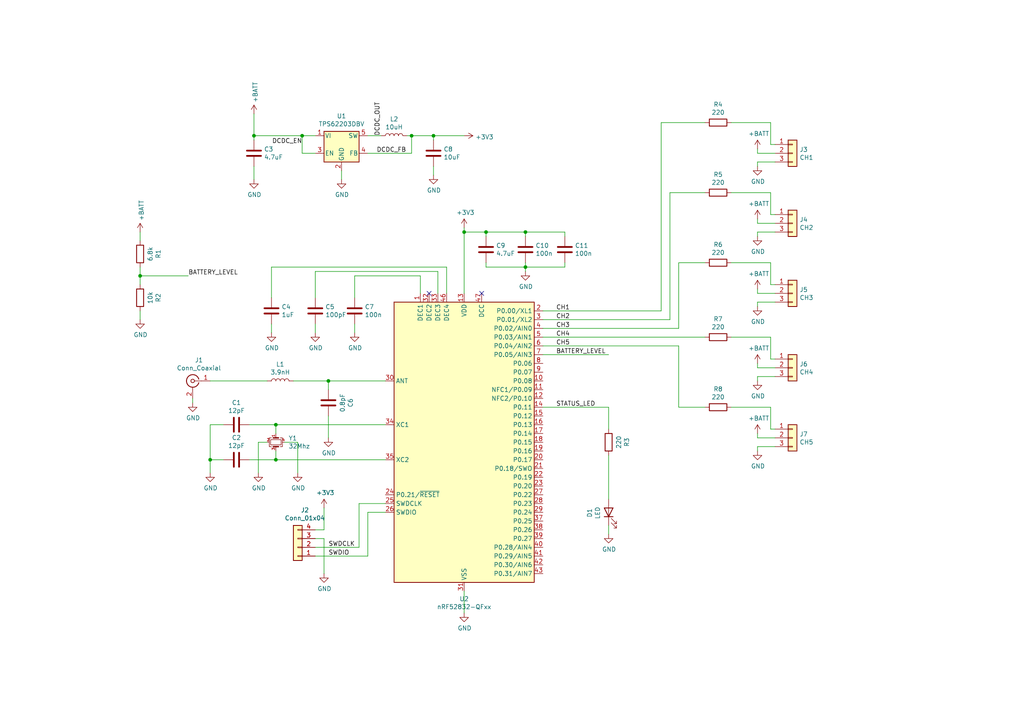
<source format=kicad_sch>
(kicad_sch (version 20231120) (generator "eeschema") (generator_version "8.0")
  (paper "A4")
  (title_block (title "ble-receiver") (date "2021-04-11") (rev "1.0") (company "dossalab"))
  (lib_symbols
    (symbol "Connector:Conn_Coaxial" (pin_names (offset 1.016) hide)
      (property "Reference" "J" (at 0.254 3.048 0))
      (property "Value" "Conn_Coaxial" (at 2.921 0 90))
      (symbol "Conn_Coaxial_0_1"
        (arc (start -1.778 -0.508) (mid 0.2311 -1.8066) (end 1.778 0) (stroke (width 0.254)))
        (polyline (pts (xy -2.54 0) (xy -0.508 0)))
        (polyline (pts (xy 0 -2.54) (xy 0 -1.778)))
        (circle (center 0 0) (radius 0.508) (stroke (width 0.2032)))
        (arc (start 1.778 0) (mid 0.2099 1.8101) (end -1.778 0.508) (stroke (width 0.254)))
      )
      (symbol "Conn_Coaxial_1_1"
        (pin passive line (at -5.08 0 0) (length 2.54) (name "In") (number "1"))
        (pin passive line (at 0 -5.08 90) (length 2.54) (name "Ext") (number "2"))
      )
    )
    (symbol "Connector_Generic:Conn_01x03" (pin_names (offset 1.016) hide)
      (property "Reference" "J" (at 0 5.08 0))
      (property "Value" "Conn_01x03" (at 0 -5.08 0))
      (symbol "Conn_01x03_1_1"
        (rectangle (start -1.27 -2.413) (end 0 -2.667) (stroke (width 0.1524)))
        (rectangle (start -1.27 0.127) (end 0 -0.127) (stroke (width 0.1524)))
        (rectangle (start -1.27 2.667) (end 0 2.413) (stroke (width 0.1524)))
        (rectangle (start -1.27 3.81) (end 1.27 -3.81) (stroke (width 0.254)) (fill (type background)))
        (pin passive line (at -5.08 2.54 0) (length 3.81) (name "Pin_1") (number "1"))
        (pin passive line (at -5.08 0 0) (length 3.81) (name "Pin_2") (number "2"))
        (pin passive line (at -5.08 -2.54 0) (length 3.81) (name "Pin_3") (number "3"))
      )
    )
    (symbol "Connector_Generic:Conn_01x04" (pin_names (offset 1.016) hide)
      (property "Reference" "J" (at 0 5.08 0))
      (property "Value" "Conn_01x04" (at 0 -7.62 0))
      (symbol "Conn_01x04_1_1"
        (rectangle (start -1.27 -4.953) (end 0 -5.207) (stroke (width 0.1524)))
        (rectangle (start -1.27 -2.413) (end 0 -2.667) (stroke (width 0.1524)))
        (rectangle (start -1.27 0.127) (end 0 -0.127) (stroke (width 0.1524)))
        (rectangle (start -1.27 2.667) (end 0 2.413) (stroke (width 0.1524)))
        (rectangle (start -1.27 3.81) (end 1.27 -6.35) (stroke (width 0.254)) (fill (type background)))
        (pin passive line (at -5.08 2.54 0) (length 3.81) (name "Pin_1") (number "1"))
        (pin passive line (at -5.08 0 0) (length 3.81) (name "Pin_2") (number "2"))
        (pin passive line (at -5.08 -2.54 0) (length 3.81) (name "Pin_3") (number "3"))
        (pin passive line (at -5.08 -5.08 0) (length 3.81) (name "Pin_4") (number "4"))
      )
    )
    (symbol "Device:C" (pin_numbers hide) (pin_names (offset 0.254))
      (property "Reference" "C" (at 0.635 2.54 0))
      (property "Value" "C" (at 0.635 -2.54 0))
      (symbol "C_0_1"
        (polyline (pts (xy -2.032 -0.762) (xy 2.032 -0.762)) (stroke (width 0.508)))
        (polyline (pts (xy -2.032 0.762) (xy 2.032 0.762)) (stroke (width 0.508)))
      )
      (symbol "C_1_1"
        (pin passive line (at 0 3.81 270) (length 2.794) (name "~") (number "1"))
        (pin passive line (at 0 -3.81 90) (length 2.794) (name "~") (number "2"))
      )
    )
    (symbol "Device:Crystal_GND24_Small" (pin_names (offset 1.016) hide)
      (property "Reference" "Y" (at 1.27 4.445 0))
      (property "Value" "Crystal_GND24_Small" (at 1.27 2.54 0))
      (symbol "Crystal_GND24_Small_0_1"
        (rectangle (start -0.762 -1.524) (end 0.762 1.524))
        (polyline (pts (xy -1.27 -0.762) (xy -1.27 0.762)) (stroke (width 0.381)))
        (polyline (pts (xy 1.27 -0.762) (xy 1.27 0.762)) (stroke (width 0.381)))
        (polyline (pts (xy -1.27 -1.27) (xy -1.27 -1.905) (xy 1.27 -1.905) (xy 1.27 -1.27)))
        (polyline (pts (xy -1.27 1.27) (xy -1.27 1.905) (xy 1.27 1.905) (xy 1.27 1.27)))
      )
      (symbol "Crystal_GND24_Small_1_1"
        (pin passive line (at -2.54 0 0) (length 1.27) (name "1") (number "1"))
        (pin passive line (at 0 -2.54 90) (length 0.635) (name "2") (number "2"))
        (pin passive line (at 2.54 0 180) (length 1.27) (name "3") (number "3"))
        (pin passive line (at 0 2.54 270) (length 0.635) (name "4") (number "4"))
      )
    )
    (symbol "Device:L" (pin_numbers hide) (pin_names (offset 1.016) hide)
      (property "Reference" "L" (at -1.27 0 90))
      (property "Value" "L" (at 1.905 0 90))
      (symbol "L_0_1"
        (arc (start 0 -2.54) (mid 0.6323 -1.905) (end 0 -1.27))
        (arc (start 0 -1.27) (mid 0.6323 -0.635) (end 0 0))
        (arc (start 0 0) (mid 0.6323 0.635) (end 0 1.27))
        (arc (start 0 1.27) (mid 0.6323 1.905) (end 0 2.54))
      )
      (symbol "L_1_1"
        (pin passive line (at 0 3.81 270) (length 1.27) (name "1") (number "1"))
        (pin passive line (at 0 -3.81 90) (length 1.27) (name "2") (number "2"))
      )
    )
    (symbol "Device:LED" (pin_numbers hide) (pin_names (offset 1.016) hide)
      (property "Reference" "D" (at 0 2.54 0))
      (property "Value" "LED" (at 0 -2.54 0))
      (symbol "LED_0_1"
        (polyline (pts (xy -1.27 -1.27) (xy -1.27 1.27)) (stroke (width 0.254)))
        (polyline (pts (xy -1.27 0) (xy 1.27 0)))
        (polyline (pts (xy 1.27 -1.27) (xy 1.27 1.27) (xy -1.27 0) (xy 1.27 -1.27)) (stroke (width 0.254)))
        (polyline (pts (xy -3.048 -0.762) (xy -4.572 -2.286) (xy -3.81 -2.286) (xy -4.572 -2.286) (xy -4.572 -1.524)))
        (polyline (pts (xy -1.778 -0.762) (xy -3.302 -2.286) (xy -2.54 -2.286) (xy -3.302 -2.286) (xy -3.302 -1.524)))
      )
      (symbol "LED_1_1"
        (pin passive line (at -3.81 0 0) (length 2.54) (name "K") (number "1"))
        (pin passive line (at 3.81 0 180) (length 2.54) (name "A") (number "2"))
      )
    )
    (symbol "Device:R" (pin_numbers hide) (pin_names (offset 0))
      (property "Reference" "R" (at 2.032 0 90))
      (property "Value" "R" (at 0 0 90))
      (symbol "R_0_1"
        (rectangle (start -1.016 -2.54) (end 1.016 2.54) (stroke (width 0.254)))
      )
      (symbol "R_1_1"
        (pin passive line (at 0 3.81 270) (length 1.27) (name "~") (number "1"))
        (pin passive line (at 0 -3.81 90) (length 1.27) (name "~") (number "2"))
      )
    )
    (symbol "MCU_Nordic:nRF52832-QFxx"
      (property "Reference" "U" (at 0 1.27 0))
      (property "Value" "nRF52832-QFxx" (at 0 -1.27 0))
      (symbol "nRF52832-QFxx_0_1"
        (rectangle (start -20.32 40.64) (end 20.32 -40.64) (stroke (width 0.254)) (fill (type background)))
      )
      (symbol "nRF52832-QFxx_1_1"
        (pin passive line (at -12.7 43.18 270) (length 2.54) (name "DEC1") (number "1"))
        (pin bidirectional line (at 22.86 17.78 180) (length 2.54) (name "P0.08") (number "10"))
        (pin bidirectional line (at 22.86 15.24 180) (length 2.54) (name "NFC1/P0.09") (number "11"))
        (pin bidirectional line (at 22.86 12.7 180) (length 2.54) (name "NFC2/P0.10") (number "12"))
        (pin power_in line (at 0 43.18 270) (length 2.54) (name "VDD") (number "13"))
        (pin bidirectional line (at 22.86 10.16 180) (length 2.54) (name "P0.11") (number "14"))
        (pin bidirectional line (at 22.86 7.62 180) (length 2.54) (name "P0.12") (number "15"))
        (pin bidirectional line (at 22.86 5.08 180) (length 2.54) (name "P0.13") (number "16"))
        (pin bidirectional line (at 22.86 2.54 180) (length 2.54) (name "P0.14") (number "17"))
        (pin bidirectional line (at 22.86 0 180) (length 2.54) (name "P0.15") (number "18"))
        (pin bidirectional line (at 22.86 -2.54 180) (length 2.54) (name "P0.16") (number "19"))
        (pin bidirectional line (at 22.86 38.1 180) (length 2.54) (name "P0.00/XL1") (number "2"))
        (pin bidirectional line (at 22.86 -5.08 180) (length 2.54) (name "P0.17") (number "20"))
        (pin bidirectional line (at 22.86 -7.62 180) (length 2.54) (name "P0.18/SWO") (number "21"))
        (pin bidirectional line (at 22.86 -10.16 180) (length 2.54) (name "P0.19") (number "22"))
        (pin bidirectional line (at 22.86 -12.7 180) (length 2.54) (name "P0.20") (number "23"))
        (pin bidirectional line (at -22.86 -15.24 0) (length 2.54) (name "P0.21/~{RESET}") (number "24"))
        (pin input line (at -22.86 -17.78 0) (length 2.54) (name "SWDCLK") (number "25"))
        (pin bidirectional line (at -22.86 -20.32 0) (length 2.54) (name "SWDIO") (number "26"))
        (pin bidirectional line (at 22.86 -15.24 180) (length 2.54) (name "P0.22") (number "27"))
        (pin bidirectional line (at 22.86 -17.78 180) (length 2.54) (name "P0.23") (number "28"))
        (pin bidirectional line (at 22.86 -20.32 180) (length 2.54) (name "P0.24") (number "29"))
        (pin bidirectional line (at 22.86 35.56 180) (length 2.54) (name "P0.01/XL2") (number "3"))
        (pin passive line (at -22.86 17.78 0) (length 2.54) (name "ANT") (number "30"))
        (pin power_in line (at 0 -43.18 90) (length 2.54) (name "VSS") (number "31"))
        (pin passive line (at -10.16 43.18 270) (length 2.54) (name "DEC2") (number "32"))
        (pin passive line (at -7.62 43.18 270) (length 2.54) (name "DEC3") (number "33"))
        (pin input line (at -22.86 5.08 0) (length 2.54) (name "XC1") (number "34"))
        (pin input line (at -22.86 -5.08 0) (length 2.54) (name "XC2") (number "35"))
        (pin passive line (at 0 43.18 270) (length 2.54) hide (name "VDD") (number "36"))
        (pin bidirectional line (at 22.86 -22.86 180) (length 2.54) (name "P0.25") (number "37"))
        (pin bidirectional line (at 22.86 -25.4 180) (length 2.54) (name "P0.26") (number "38"))
        (pin bidirectional line (at 22.86 -27.94 180) (length 2.54) (name "P0.27") (number "39"))
        (pin bidirectional line (at 22.86 33.02 180) (length 2.54) (name "P0.02/AIN0") (number "4"))
        (pin bidirectional line (at 22.86 -30.48 180) (length 2.54) (name "P0.28/AIN4") (number "40"))
        (pin bidirectional line (at 22.86 -33.02 180) (length 2.54) (name "P0.29/AIN5") (number "41"))
        (pin bidirectional line (at 22.86 -35.56 180) (length 2.54) (name "P0.30/AIN6") (number "42"))
        (pin bidirectional line (at 22.86 -38.1 180) (length 2.54) (name "P0.31/AIN7") (number "43"))
        (pin no_connect line (at -20.32 -30.48 0) (length 2.54) hide (name "NC") (number "44"))
        (pin passive line (at 0 -43.18 90) (length 2.54) hide (name "VSS") (number "45"))
        (pin passive line (at -5.08 43.18 270) (length 2.54) (name "DEC4") (number "46"))
        (pin power_out line (at 5.08 43.18 270) (length 2.54) (name "DCC") (number "47"))
        (pin passive line (at 0 43.18 270) (length 2.54) hide (name "VDD") (number "48"))
        (pin passive line (at 0 -43.18 90) (length 2.54) hide (name "VSS") (number "49"))
        (pin bidirectional line (at 22.86 30.48 180) (length 2.54) (name "P0.03/AIN1") (number "5"))
        (pin bidirectional line (at 22.86 27.94 180) (length 2.54) (name "P0.04/AIN2") (number "6"))
        (pin bidirectional line (at 22.86 25.4 180) (length 2.54) (name "P0.05/AIN3") (number "7"))
        (pin bidirectional line (at 22.86 22.86 180) (length 2.54) (name "P0.06") (number "8"))
        (pin bidirectional line (at 22.86 20.32 180) (length 2.54) (name "P0.07") (number "9"))
      )
    )
    (symbol "Regulator_Switching:TPS62203DBV" (pin_names (offset 0.254))
      (property "Reference" "U" (at -5.08 7.62 0))
      (property "Value" "TPS62203DBV" (at 0 7.62 0))
      (symbol "TPS62203DBV_0_1"
        (rectangle (start -5.08 6.35) (end 5.08 -2.54) (stroke (width 0.254)) (fill (type background)))
      )
      (symbol "TPS62203DBV_1_1"
        (pin power_in line (at -7.62 5.08 0) (length 2.54) (name "VI") (number "1"))
        (pin power_in line (at 0 -5.08 90) (length 2.54) (name "GND") (number "2"))
        (pin input line (at -7.62 0 0) (length 2.54) (name "EN") (number "3"))
        (pin input line (at 7.62 0 180) (length 2.54) (name "FB") (number "4"))
        (pin output line (at 7.62 5.08 180) (length 2.54) (name "SW") (number "5"))
      )
    )
    (symbol "power:+3V3" (power) (pin_names (offset 0))
      (property "Value" "+3V3" (at 0 3.556 0))
      (symbol "+3V3_0_1"
        (polyline (pts (xy -0.762 1.27) (xy 0 2.54)))
        (polyline (pts (xy 0 0) (xy 0 2.54)))
        (polyline (pts (xy 0 2.54) (xy 0.762 1.27)))
      )
      (symbol "+3V3_1_1"
        (pin power_in line (at 0 0 90) (length 0) hide (name "+3V3") (number "1"))
      )
    )
    (symbol "power:+BATT" (power) (pin_names (offset 0))
      (property "Value" "+BATT" (at 0 3.556 0))
      (symbol "+BATT_0_1"
        (polyline (pts (xy -0.762 1.27) (xy 0 2.54)))
        (polyline (pts (xy 0 0) (xy 0 2.54)))
        (polyline (pts (xy 0 2.54) (xy 0.762 1.27)))
      )
      (symbol "+BATT_1_1"
        (pin power_in line (at 0 0 90) (length 0) hide (name "+BATT") (number "1"))
      )
    )
    (symbol "power:GND" (power) (pin_names (offset 0))
      (property "Value" "GND" (at 0 -3.81 0))
      (symbol "GND_0_1"
        (polyline (pts (xy 0 0) (xy 0 -1.27) (xy 1.27 -1.27) (xy 0 -2.54) (xy -1.27 -1.27) (xy 0 -1.27)))
      )
      (symbol "GND_1_1"
        (pin power_in line (at 0 0 270) (length 0) hide (name "GND") (number "1"))
      )
    )
  )
  (junction (at 152.4 67.31))
  (junction (at 95.25 110.49))
  (junction (at 40.64 80.01))
  (junction (at 125.73 39.37))
  (junction (at 80.01 133.35))
  (junction (at 152.4 77.47))
  (junction (at 134.62 67.31))
  (junction (at 73.66 39.37))
  (junction (at 80.01 123.19))
  (junction (at 87.63 39.37))
  (junction (at 119.38 39.37))
  (junction (at 60.96 133.35))
  (junction (at 140.97 67.31))
  (no_connect (at 124.46 85.09))
  (no_connect (at 139.7 85.09))
  (wire (pts (xy 106.68 161.29) (xy 106.68 148.59)))
  (wire (pts (xy 93.98 166.37) (xy 93.98 156.21)))
  (wire (pts (xy 102.87 86.36) (xy 102.87 80.01)))
  (wire (pts (xy 152.4 67.31) (xy 163.83 67.31)))
  (wire (pts (xy 157.48 97.79) (xy 204.47 97.79)))
  (wire (pts (xy 87.63 44.45) (xy 91.44 44.45)))
  (wire (pts (xy 91.44 161.29) (xy 106.68 161.29)))
  (wire (pts (xy 60.96 137.16) (xy 60.96 133.35)))
  (wire (pts (xy 224.79 104.14) (xy 223.52 104.14)))
  (wire (pts (xy 219.71 109.22) (xy 219.71 110.49)))
  (wire (pts (xy 219.71 67.31) (xy 224.79 67.31)))
  (wire (pts (xy 78.74 86.36) (xy 78.74 77.47)))
  (wire (pts (xy 204.47 55.88) (xy 194.31 55.88)))
  (wire (pts (xy 93.98 147.32) (xy 93.98 153.67)))
  (wire (pts (xy 219.71 46.99) (xy 219.71 48.26)))
  (wire (pts (xy 78.74 96.52) (xy 78.74 93.98)))
  (wire (pts (xy 224.79 124.46) (xy 223.52 124.46)))
  (wire (pts (xy 219.71 43.18) (xy 219.71 44.45)))
  (wire (pts (xy 223.52 41.91) (xy 223.52 35.56)))
  (wire (pts (xy 125.73 50.8) (xy 125.73 48.26)))
  (wire (pts (xy 219.71 87.63) (xy 224.79 87.63)))
  (wire (pts (xy 224.79 85.09) (xy 219.71 85.09)))
  (wire (pts (xy 40.64 82.55) (xy 40.64 80.01)))
  (wire (pts (xy 196.85 118.11) (xy 204.47 118.11)))
  (wire (pts (xy 106.68 39.37) (xy 110.49 39.37)))
  (wire (pts (xy 119.38 39.37) (xy 125.73 39.37)))
  (wire (pts (xy 157.48 100.33) (xy 196.85 100.33)))
  (wire (pts (xy 224.79 106.68) (xy 219.71 106.68)))
  (wire (pts (xy 152.4 77.47) (xy 163.83 77.47)))
  (wire (pts (xy 119.38 44.45) (xy 119.38 39.37)))
  (wire (pts (xy 95.25 127) (xy 95.25 120.65)))
  (wire (pts (xy 74.93 137.16) (xy 74.93 128.27)))
  (wire (pts (xy 224.79 127) (xy 219.71 127)))
  (wire (pts (xy 95.25 113.03) (xy 95.25 110.49)))
  (wire (pts (xy 157.48 118.11) (xy 176.53 118.11)))
  (wire (pts (xy 40.64 90.17) (xy 40.64 92.71)))
  (wire (pts (xy 73.66 39.37) (xy 87.63 39.37)))
  (wire (pts (xy 119.38 39.37) (xy 118.11 39.37)))
  (wire (pts (xy 223.52 62.23) (xy 223.52 55.88)))
  (wire (pts (xy 224.79 62.23) (xy 223.52 62.23)))
  (wire (pts (xy 78.74 77.47) (xy 129.54 77.47)))
  (wire (pts (xy 121.92 80.01) (xy 121.92 85.09)))
  (wire (pts (xy 140.97 68.58) (xy 140.97 67.31)))
  (wire (pts (xy 91.44 86.36) (xy 91.44 78.74)))
  (wire (pts (xy 134.62 177.8) (xy 134.62 171.45)))
  (wire (pts (xy 163.83 77.47) (xy 163.83 76.2)))
  (wire (pts (xy 104.14 146.05) (xy 104.14 158.75)))
  (wire (pts (xy 223.52 55.88) (xy 212.09 55.88)))
  (wire (pts (xy 176.53 124.46) (xy 176.53 118.11)))
  (wire (pts (xy 106.68 148.59) (xy 111.76 148.59)))
  (wire (pts (xy 219.71 129.54) (xy 219.71 130.81)))
  (wire (pts (xy 191.77 35.56) (xy 191.77 90.17)))
  (wire (pts (xy 134.62 67.31) (xy 134.62 66.04)))
  (wire (pts (xy 60.96 133.35) (xy 64.77 133.35)))
  (wire (pts (xy 80.01 133.35) (xy 111.76 133.35)))
  (wire (pts (xy 223.52 97.79) (xy 212.09 97.79)))
  (wire (pts (xy 102.87 96.52) (xy 102.87 93.98)))
  (wire (pts (xy 55.88 116.84) (xy 55.88 115.57)))
  (wire (pts (xy 163.83 67.31) (xy 163.83 68.58)))
  (wire (pts (xy 93.98 153.67) (xy 91.44 153.67)))
  (wire (pts (xy 72.39 123.19) (xy 80.01 123.19)))
  (wire (pts (xy 224.79 41.91) (xy 223.52 41.91)))
  (wire (pts (xy 157.48 102.87) (xy 176.53 102.87)))
  (wire (pts (xy 219.71 87.63) (xy 219.71 88.9)))
  (wire (pts (xy 125.73 39.37) (xy 125.73 40.64)))
  (wire (pts (xy 91.44 78.74) (xy 127 78.74)))
  (wire (pts (xy 73.66 33.02) (xy 73.66 39.37)))
  (wire (pts (xy 72.39 133.35) (xy 80.01 133.35)))
  (wire (pts (xy 224.79 82.55) (xy 223.52 82.55)))
  (wire (pts (xy 219.71 125.73) (xy 219.71 127)))
  (wire (pts (xy 73.66 52.07) (xy 73.66 48.26)))
  (wire (pts (xy 176.53 144.78) (xy 176.53 132.08)))
  (wire (pts (xy 223.52 118.11) (xy 212.09 118.11)))
  (wire (pts (xy 223.52 104.14) (xy 223.52 97.79)))
  (wire (pts (xy 85.09 110.49) (xy 95.25 110.49)))
  (wire (pts (xy 223.52 76.2) (xy 212.09 76.2)))
  (wire (pts (xy 91.44 96.52) (xy 91.44 93.98)))
  (wire (pts (xy 176.53 154.94) (xy 176.53 152.4)))
  (wire (pts (xy 157.48 95.25) (xy 196.85 95.25)))
  (wire (pts (xy 223.52 82.55) (xy 223.52 76.2)))
  (wire (pts (xy 86.36 137.16) (xy 86.36 128.27)))
  (wire (pts (xy 64.77 123.19) (xy 60.96 123.19)))
  (wire (pts (xy 219.71 129.54) (xy 224.79 129.54)))
  (wire (pts (xy 77.47 110.49) (xy 60.96 110.49)))
  (wire (pts (xy 102.87 80.01) (xy 121.92 80.01)))
  (wire (pts (xy 140.97 67.31) (xy 134.62 67.31)))
  (wire (pts (xy 223.52 35.56) (xy 212.09 35.56)))
  (wire (pts (xy 219.71 63.5) (xy 219.71 64.77)))
  (wire (pts (xy 140.97 67.31) (xy 152.4 67.31)))
  (wire (pts (xy 152.4 67.31) (xy 152.4 68.58)))
  (wire (pts (xy 196.85 100.33) (xy 196.85 118.11)))
  (wire (pts (xy 111.76 146.05) (xy 104.14 146.05)))
  (wire (pts (xy 80.01 130.81) (xy 80.01 133.35)))
  (wire (pts (xy 87.63 39.37) (xy 87.63 44.45)))
  (wire (pts (xy 80.01 123.19) (xy 80.01 125.73)))
  (wire (pts (xy 219.71 109.22) (xy 224.79 109.22)))
  (wire (pts (xy 80.01 123.19) (xy 111.76 123.19)))
  (wire (pts (xy 99.06 52.07) (xy 99.06 49.53)))
  (wire (pts (xy 86.36 128.27) (xy 82.55 128.27)))
  (wire (pts (xy 152.4 78.74) (xy 152.4 77.47)))
  (wire (pts (xy 127 78.74) (xy 127 85.09)))
  (wire (pts (xy 157.48 92.71) (xy 194.31 92.71)))
  (wire (pts (xy 191.77 35.56) (xy 204.47 35.56)))
  (wire (pts (xy 40.64 67.31) (xy 40.64 69.85)))
  (wire (pts (xy 194.31 55.88) (xy 194.31 92.71)))
  (wire (pts (xy 40.64 80.01) (xy 40.64 77.47)))
  (wire (pts (xy 219.71 105.41) (xy 219.71 106.68)))
  (wire (pts (xy 134.62 39.37) (xy 125.73 39.37)))
  (wire (pts (xy 104.14 158.75) (xy 91.44 158.75)))
  (wire (pts (xy 152.4 77.47) (xy 152.4 76.2)))
  (wire (pts (xy 140.97 77.47) (xy 152.4 77.47)))
  (wire (pts (xy 73.66 40.64) (xy 73.66 39.37)))
  (wire (pts (xy 219.71 46.99) (xy 224.79 46.99)))
  (wire (pts (xy 219.71 83.82) (xy 219.71 85.09)))
  (wire (pts (xy 219.71 67.31) (xy 219.71 68.58)))
  (wire (pts (xy 134.62 85.09) (xy 134.62 67.31)))
  (wire (pts (xy 224.79 44.45) (xy 219.71 44.45)))
  (wire (pts (xy 140.97 76.2) (xy 140.97 77.47)))
  (wire (pts (xy 223.52 124.46) (xy 223.52 118.11)))
  (wire (pts (xy 95.25 110.49) (xy 111.76 110.49)))
  (wire (pts (xy 93.98 156.21) (xy 91.44 156.21)))
  (wire (pts (xy 157.48 90.17) (xy 191.77 90.17)))
  (wire (pts (xy 196.85 76.2) (xy 204.47 76.2)))
  (wire (pts (xy 74.93 128.27) (xy 77.47 128.27)))
  (wire (pts (xy 224.79 64.77) (xy 219.71 64.77)))
  (wire (pts (xy 60.96 123.19) (xy 60.96 133.35)))
  (wire (pts (xy 129.54 77.47) (xy 129.54 85.09)))
  (wire (pts (xy 196.85 95.25) (xy 196.85 76.2)))
  (wire (pts (xy 87.63 39.37) (xy 91.44 39.37)))
  (wire (pts (xy 40.64 80.01) (xy 54.61 80.01)))
  (wire (pts (xy 106.68 44.45) (xy 119.38 44.45)))
  (label "BATTERY_LEVEL" (at 54.61 80.01 0))
  (label "SWDIO" (at 95.25 161.29 0))
  (label "SWDCLK" (at 95.25 158.75 0))
  (label "DCDC_FB" (at 109.22 44.45 0))
  (label "CH2" (at 161.29 92.71 0))
  (label "CH5" (at 161.29 100.33 0))
  (label "CH1" (at 161.29 90.17 0))
  (label "CH3" (at 161.29 95.25 0))
  (label "DCDC_OUT" (at 110.49 39.37 90))
  (label "STATUS_LED" (at 161.29 118.11 0))
  (label "BATTERY_LEVEL" (at 161.29 102.87 0))
  (label "DCDC_EN" (at 87.63 41.91 180))
  (label "CH4" (at 161.29 97.79 0))
  (symbol (lib_id "MCU_Nordic:nRF52832-QFxx") (at 134.62 128.27 0) (unit 1)
    (property "Reference" "U2" (at 134.62 173.7106 0))
    (property "Value" "nRF52832-QFxx" (at 134.62 176.022 0))
    (property "Footprint" "Package_DFN_QFN:QFN-48-1EP_6x6mm_P0.4mm_EP4.6x4.6mm" (effects (hide yes)))
    (property "Datasheet" "http://infocenter.nordicsemi.com/pdf/nRF52832_PS_v1.4.pdf" (effects (hide yes)))
  )
  (symbol (lib_id "Device:C") (at 68.58 133.35 270) (unit 1)
    (property "Reference" "C2" (at 68.58 126.9492 90))
    (property "Value" "12pF" (at 68.58 129.2606 90))
    (property "Footprint" "Capacitor_SMD:C_0603_1608Metric" (effects (hide yes)))
  )
  (symbol (lib_id "Device:Crystal_GND24_Small") (at 80.01 128.27 270) (unit 1)
    (property "Reference" "Y1" (at 83.6676 127.1016 90) (effects (justify left)))
    (property "Value" "32Mhz" (at 83.6676 129.413 90) (effects (justify left)))
    (property "Footprint" "Crystal:Crystal_SMD_2520-4Pin_2.5x2.0mm" (effects (hide yes)))
  )
  (symbol (lib_id "power:GND") (at 60.96 137.16 0) (unit 1)
    (property "Reference" "#PWR04" (effects (hide yes)))
    (property "Value" "GND" (at 61.087 141.5542 0))
  )
  (symbol (lib_id "Device:C") (at 68.58 123.19 270) (unit 1)
    (property "Reference" "C1" (at 68.58 116.7892 90))
    (property "Value" "12pF" (at 68.58 119.1006 90))
    (property "Footprint" "Capacitor_SMD:C_0603_1608Metric" (effects (hide yes)))
  )
  (symbol (lib_id "power:GND") (at 74.93 137.16 0) (unit 1)
    (property "Reference" "#PWR07" (effects (hide yes)))
    (property "Value" "GND" (at 75.057 141.5542 0))
  )
  (symbol (lib_id "power:GND") (at 86.36 137.16 0) (unit 1)
    (property "Reference" "#PWR09" (effects (hide yes)))
    (property "Value" "GND" (at 86.487 141.5542 0))
  )
  (symbol (lib_id "Connector_Generic:Conn_01x04") (at 86.36 158.75 180) (unit 1)
    (property "Reference" "J2" (at 88.4428 147.955 0))
    (property "Value" "Conn_01x04" (at 88.4428 150.2664 0))
    (property "Footprint" "Connector_PinHeader_2.54mm:PinHeader_1x04_P2.54mm_Vertical" (effects (hide yes)))
  )
  (symbol (lib_id "power:GND") (at 134.62 177.8 0) (unit 1)
    (property "Reference" "#PWR019" (effects (hide yes)))
    (property "Value" "GND" (at 134.747 182.1942 0))
  )
  (symbol (lib_id "power:GND") (at 93.98 166.37 0) (unit 1)
    (property "Reference" "#PWR012" (effects (hide yes)))
    (property "Value" "GND" (at 94.107 170.7642 0))
  )
  (symbol (lib_id "power:+3V3") (at 93.98 147.32 0) (unit 1)
    (property "Reference" "#PWR011" (effects (hide yes)))
    (property "Value" "+3V3" (at 94.361 142.9258 0))
  )
  (symbol (lib_id "power:+3V3") (at 134.62 66.04 0) (unit 1)
    (property "Reference" "#PWR018" (effects (hide yes)))
    (property "Value" "+3V3" (at 135.001 61.6458 0))
  )
  (symbol (lib_id "power:+BATT") (at 73.66 33.02 0) (unit 1)
    (property "Reference" "#PWR05" (effects (hide yes)))
    (property "Value" "+BATT" (at 74.041 29.7688 90) (effects (justify left)))
  )
  (symbol (lib_id "Device:C") (at 140.97 72.39 180) (unit 1)
    (property "Reference" "C9" (at 143.891 71.2216 0) (effects (justify right)))
    (property "Value" "4.7uF" (at 143.891 73.533 0) (effects (justify right)))
    (property "Footprint" "Capacitor_SMD:C_0603_1608Metric" (effects (hide yes)))
  )
  (symbol (lib_id "Device:C") (at 152.4 72.39 180) (unit 1)
    (property "Reference" "C10" (at 155.321 71.2216 0) (effects (justify right)))
    (property "Value" "100n" (at 155.321 73.533 0) (effects (justify right)))
    (property "Footprint" "Capacitor_SMD:C_0603_1608Metric" (effects (hide yes)))
  )
  (symbol (lib_id "power:GND") (at 152.4 78.74 0) (unit 1)
    (property "Reference" "#PWR020" (effects (hide yes)))
    (property "Value" "GND" (at 152.527 83.1342 0))
  )
  (symbol (lib_id "Device:LED") (at 176.53 148.59 90) (unit 1)
    (property "Reference" "D1" (at 171.0182 148.7678 0))
    (property "Value" "LED" (at 173.3296 148.7678 0))
    (property "Footprint" "LED_SMD:LED_0603_1608Metric" (effects (hide yes)))
  )
  (symbol (lib_id "Device:R") (at 176.53 128.27 0) (unit 1)
    (property "Reference" "R3" (at 181.7878 128.27 90))
    (property "Value" "220" (at 179.4764 128.27 90))
    (property "Footprint" "Resistor_SMD:R_0603_1608Metric" (effects (hide yes)))
  )
  (symbol (lib_id "Device:C") (at 163.83 72.39 180) (unit 1)
    (property "Reference" "C11" (at 166.751 71.2216 0) (effects (justify right)))
    (property "Value" "100n" (at 166.751 73.533 0) (effects (justify right)))
    (property "Footprint" "Capacitor_SMD:C_0603_1608Metric" (effects (hide yes)))
  )
  (symbol (lib_id "Device:C") (at 102.87 90.17 180) (unit 1)
    (property "Reference" "C7" (at 105.791 89.0016 0) (effects (justify right)))
    (property "Value" "100n" (at 105.791 91.313 0) (effects (justify right)))
    (property "Footprint" "Capacitor_SMD:C_0603_1608Metric" (effects (hide yes)))
  )
  (symbol (lib_id "power:GND") (at 102.87 96.52 0) (unit 1)
    (property "Reference" "#PWR015" (effects (hide yes)))
    (property "Value" "GND" (at 102.997 100.9142 0))
  )
  (symbol (lib_id "Device:C") (at 91.44 90.17 180) (unit 1)
    (property "Reference" "C5" (at 94.361 89.0016 0) (effects (justify right)))
    (property "Value" "100pF" (at 94.361 91.313 0) (effects (justify right)))
    (property "Footprint" "Capacitor_SMD:C_0603_1608Metric" (effects (hide yes)))
  )
  (symbol (lib_id "power:GND") (at 91.44 96.52 0) (unit 1)
    (property "Reference" "#PWR010" (effects (hide yes)))
    (property "Value" "GND" (at 91.567 100.9142 0))
  )
  (symbol (lib_id "power:GND") (at 176.53 154.94 0) (unit 1)
    (property "Reference" "#PWR021" (effects (hide yes)))
    (property "Value" "GND" (at 176.657 159.3342 0))
  )
  (symbol (lib_id "Device:C") (at 78.74 90.17 180) (unit 1)
    (property "Reference" "C4" (at 81.661 89.0016 0) (effects (justify right)))
    (property "Value" "1uF" (at 81.661 91.313 0) (effects (justify right)))
    (property "Footprint" "Capacitor_SMD:C_0603_1608Metric" (effects (hide yes)))
  )
  (symbol (lib_id "power:GND") (at 78.74 96.52 0) (unit 1)
    (property "Reference" "#PWR08" (effects (hide yes)))
    (property "Value" "GND" (at 78.867 100.9142 0))
  )
  (symbol (lib_id "Connector_Generic:Conn_01x03") (at 229.87 64.77 0) (unit 1)
    (property "Reference" "J4" (at 231.902 63.7032 0) (effects (justify left)))
    (property "Value" "CH2" (at 231.902 66.0146 0) (effects (justify left)))
    (property "Footprint" "ble-receiver:PinHeader_1x03_P2.54mm_Vertical" (effects (hide yes)))
  )
  (symbol (lib_id "power:GND") (at 219.71 68.58 0) (unit 1)
    (property "Reference" "#PWR025" (effects (hide yes)))
    (property "Value" "GND" (at 219.837 72.9742 0))
  )
  (symbol (lib_id "Device:C") (at 73.66 44.45 180) (unit 1)
    (property "Reference" "C3" (at 76.581 43.2816 0) (effects (justify right)))
    (property "Value" "4.7uF" (at 76.581 45.593 0) (effects (justify right)))
    (property "Footprint" "Capacitor_SMD:C_0603_1608Metric" (effects (hide yes)))
  )
  (symbol (lib_id "Device:C") (at 125.73 44.45 180) (unit 1)
    (property "Reference" "C8" (at 128.651 43.2816 0) (effects (justify right)))
    (property "Value" "10uF" (at 128.651 45.593 0) (effects (justify right)))
    (property "Footprint" "Capacitor_SMD:C_0603_1608Metric" (effects (hide yes)))
  )
  (symbol (lib_id "Device:L") (at 114.3 39.37 90) (unit 1)
    (property "Reference" "L2" (at 114.3 34.544 90))
    (property "Value" "10uH" (at 114.3 36.8554 90))
    (property "Footprint" "Inductor_SMD:L_0805_2012Metric" (effects (hide yes)))
  )
  (symbol (lib_id "power:+BATT") (at 219.71 63.5 0) (unit 1)
    (property "Reference" "#PWR024" (effects (hide yes)))
    (property "Value" "+BATT" (at 220.091 59.1058 0))
  )
  (symbol (lib_id "power:GND") (at 99.06 52.07 0) (unit 1)
    (property "Reference" "#PWR014" (effects (hide yes)))
    (property "Value" "GND" (at 99.187 56.4642 0))
  )
  (symbol (lib_id "power:GND") (at 125.73 50.8 0) (unit 1)
    (property "Reference" "#PWR016" (effects (hide yes)))
    (property "Value" "GND" (at 125.857 55.1942 0))
  )
  (symbol (lib_id "power:+3V3") (at 134.62 39.37 270) (unit 1)
    (property "Reference" "#PWR017" (effects (hide yes)))
    (property "Value" "+3V3" (at 137.8712 39.751 90) (effects (justify left)))
  )
  (symbol (lib_id "power:GND") (at 73.66 52.07 0) (unit 1)
    (property "Reference" "#PWR06" (effects (hide yes)))
    (property "Value" "GND" (at 73.787 56.4642 0))
  )
  (symbol (lib_id "Device:R") (at 208.28 55.88 90) (unit 1)
    (property "Reference" "R5" (at 208.28 50.6222 90))
    (property "Value" "220" (at 208.28 52.9336 90))
    (property "Footprint" "Resistor_SMD:R_0603_1608Metric" (effects (hide yes)))
  )
  (symbol (lib_id "Connector_Generic:Conn_01x03") (at 229.87 85.09 0) (unit 1)
    (property "Reference" "J5" (at 231.902 84.0232 0) (effects (justify left)))
    (property "Value" "CH3" (at 231.902 86.3346 0) (effects (justify left)))
    (property "Footprint" "ble-receiver:PinHeader_1x03_P2.54mm_Vertical" (effects (hide yes)))
  )
  (symbol (lib_id "power:GND") (at 219.71 88.9 0) (unit 1)
    (property "Reference" "#PWR027" (effects (hide yes)))
    (property "Value" "GND" (at 219.837 93.2942 0))
  )
  (symbol (lib_id "power:+BATT") (at 219.71 83.82 0) (unit 1)
    (property "Reference" "#PWR026" (effects (hide yes)))
    (property "Value" "+BATT" (at 220.091 79.4258 0))
  )
  (symbol (lib_id "Device:R") (at 208.28 76.2 90) (unit 1)
    (property "Reference" "R6" (at 208.28 70.9422 90))
    (property "Value" "220" (at 208.28 73.2536 90))
    (property "Footprint" "Resistor_SMD:R_0603_1608Metric" (effects (hide yes)))
  )
  (symbol (lib_id "Connector:Conn_Coaxial") (at 55.88 110.49 0) (mirror y) (unit 1)
    (property "Reference" "J1" (at 57.7088 104.4448 0))
    (property "Value" "Conn_Coaxial" (at 57.7088 106.7562 0))
    (property "Footprint" "Connector_Coaxial:U.FL_Hirose_U.FL-R-SMT-1_Vertical" (effects (hide yes)))
    (property "Datasheet" " ~" (effects (hide yes)))
  )
  (symbol (lib_id "power:GND") (at 55.88 116.84 0) (unit 1)
    (property "Reference" "#PWR03" (effects (hide yes)))
    (property "Value" "GND" (at 56.007 121.2342 0))
  )
  (symbol (lib_id "Device:C") (at 95.25 116.84 180) (unit 1)
    (property "Reference" "C6" (at 101.6508 116.84 90))
    (property "Value" "0.8pF" (at 99.3394 116.84 90))
    (property "Footprint" "Capacitor_SMD:C_0603_1608Metric" (effects (hide yes)))
  )
  (symbol (lib_id "power:GND") (at 95.25 127 0) (unit 1)
    (property "Reference" "#PWR013" (effects (hide yes)))
    (property "Value" "GND" (at 95.377 131.3942 0))
  )
  (symbol (lib_id "Device:L") (at 81.28 110.49 90) (unit 1)
    (property "Reference" "L1" (at 81.28 105.664 90))
    (property "Value" "3.9nH" (at 81.28 107.9754 90))
    (property "Footprint" "Inductor_SMD:L_0603_1608Metric" (effects (hide yes)))
  )
  (symbol (lib_id "Device:R") (at 40.64 73.66 0) (unit 1)
    (property "Reference" "R1" (at 45.8978 73.66 90))
    (property "Value" "6.8k" (at 43.5864 73.66 90))
    (property "Footprint" "Resistor_SMD:R_0603_1608Metric" (effects (hide yes)))
  )
  (symbol (lib_id "Device:R") (at 40.64 86.36 0) (unit 1)
    (property "Reference" "R2" (at 45.8978 86.36 90))
    (property "Value" "10k" (at 43.5864 86.36 90))
    (property "Footprint" "Resistor_SMD:R_0603_1608Metric" (effects (hide yes)))
  )
  (symbol (lib_id "power:GND") (at 40.64 92.71 0) (unit 1)
    (property "Reference" "#PWR02" (effects (hide yes)))
    (property "Value" "GND" (at 40.767 97.1042 0))
  )
  (symbol (lib_id "power:+BATT") (at 40.64 67.31 0) (unit 1)
    (property "Reference" "#PWR01" (effects (hide yes)))
    (property "Value" "+BATT" (at 41.021 64.0588 90) (effects (justify left)))
  )
  (symbol (lib_id "Connector_Generic:Conn_01x03") (at 229.87 44.45 0) (unit 1)
    (property "Reference" "J3" (at 231.902 43.3832 0) (effects (justify left)))
    (property "Value" "CH1" (at 231.902 45.6946 0) (effects (justify left)))
    (property "Footprint" "ble-receiver:PinHeader_1x03_P2.54mm_Vertical" (effects (hide yes)))
  )
  (symbol (lib_id "power:GND") (at 219.71 48.26 0) (unit 1)
    (property "Reference" "#PWR023" (effects (hide yes)))
    (property "Value" "GND" (at 219.837 52.6542 0))
  )
  (symbol (lib_id "power:+BATT") (at 219.71 43.18 0) (unit 1)
    (property "Reference" "#PWR022" (effects (hide yes)))
    (property "Value" "+BATT" (at 220.091 38.7858 0))
  )
  (symbol (lib_id "Device:R") (at 208.28 35.56 90) (unit 1)
    (property "Reference" "R4" (at 208.28 30.3022 90))
    (property "Value" "220" (at 208.28 32.6136 90))
    (property "Footprint" "Resistor_SMD:R_0603_1608Metric" (effects (hide yes)))
  )
  (symbol (lib_id "Connector_Generic:Conn_01x03") (at 229.87 106.68 0) (unit 1)
    (property "Reference" "J6" (at 231.902 105.6132 0) (effects (justify left)))
    (property "Value" "CH4" (at 231.902 107.9246 0) (effects (justify left)))
    (property "Footprint" "ble-receiver:PinHeader_1x03_P2.54mm_Vertical" (effects (hide yes)))
  )
  (symbol (lib_id "power:GND") (at 219.71 110.49 0) (unit 1)
    (property "Reference" "#PWR029" (effects (hide yes)))
    (property "Value" "GND" (at 219.837 114.8842 0))
  )
  (symbol (lib_id "power:+BATT") (at 219.71 105.41 0) (unit 1)
    (property "Reference" "#PWR028" (effects (hide yes)))
    (property "Value" "+BATT" (at 220.091 101.0158 0))
  )
  (symbol (lib_id "Device:R") (at 208.28 97.79 90) (unit 1)
    (property "Reference" "R7" (at 208.28 92.5322 90))
    (property "Value" "220" (at 208.28 94.8436 90))
    (property "Footprint" "Resistor_SMD:R_0603_1608Metric" (effects (hide yes)))
  )
  (symbol (lib_id "Connector_Generic:Conn_01x03") (at 229.87 127 0) (unit 1)
    (property "Reference" "J7" (at 231.902 125.9332 0) (effects (justify left)))
    (property "Value" "CH5" (at 231.902 128.2446 0) (effects (justify left)))
    (property "Footprint" "ble-receiver:PinHeader_1x03_P2.54mm_Vertical" (effects (hide yes)))
  )
  (symbol (lib_id "power:GND") (at 219.71 130.81 0) (unit 1)
    (property "Reference" "#PWR031" (effects (hide yes)))
    (property "Value" "GND" (at 219.837 135.2042 0))
  )
  (symbol (lib_id "power:+BATT") (at 219.71 125.73 0) (unit 1)
    (property "Reference" "#PWR030" (effects (hide yes)))
    (property "Value" "+BATT" (at 220.091 121.3358 0))
  )
  (symbol (lib_id "Device:R") (at 208.28 118.11 90) (unit 1)
    (property "Reference" "R8" (at 208.28 112.8522 90))
    (property "Value" "220" (at 208.28 115.1636 90))
    (property "Footprint" "Resistor_SMD:R_0603_1608Metric" (effects (hide yes)))
  )
  (symbol (lib_id "Regulator_Switching:TPS62203DBV") (at 99.06 44.45 0) (unit 1)
    (property "Reference" "U1" (at 99.06 33.655 0))
    (property "Value" "TPS62203DBV" (at 99.06 35.9664 0))
    (property "Footprint" "Package_TO_SOT_SMD:SOT-23-5" (effects (hide yes)))
    (property "Datasheet" "http://www.ti.com/lit/ds/symlink/tps62201.pdf" (effects (hide yes)))
  )
)
</source>
